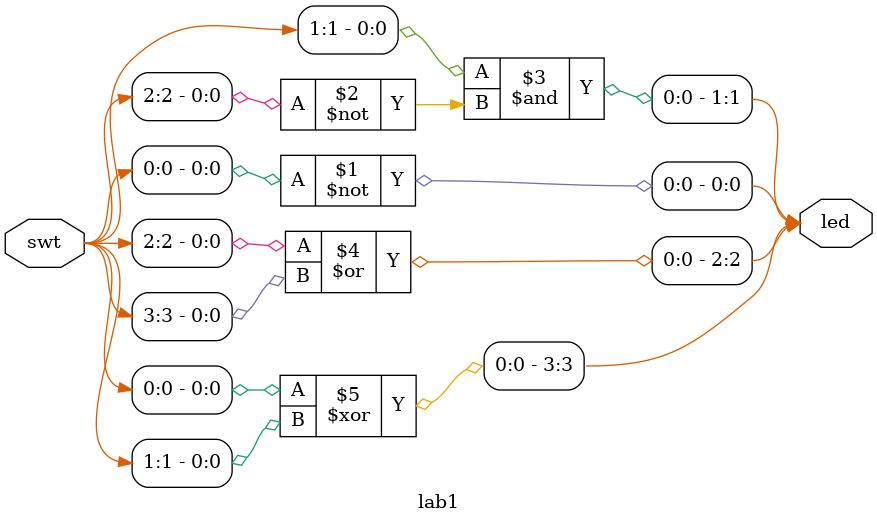
<source format=v>
`timescale 1ns / 1ps

module lab1(
    input [3:0] swt,  // 修改为4个输入开关
    output [3:0] led  // 修改为4个输出 LED
    );

    // 修改后的逻辑部分，只控制 led[3:0]
    assign led[0] = ~swt[0];                // led[0] 映射 swt[0] 的反相
    assign led[1] = swt[1] & ~swt[2];       // led[1] 由 swt[1] 和 swt[2] 控制
    assign led[2] = swt[2] | swt[3];        // led[2] 由 swt[2] 或 swt[3] 控制
    assign led[3] = swt[0] ^ swt[1];        // led[3] 由 swt[0] 和 swt[1] 的异或控制

endmodule

</source>
